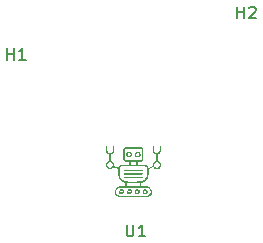
<source format=gbr>
%TF.GenerationSoftware,KiCad,Pcbnew,9.0.3*%
%TF.CreationDate,2025-07-17T16:21:41+10:00*%
%TF.ProjectId,motorMount,6d6f746f-724d-46f7-956e-742e6b696361,rev?*%
%TF.SameCoordinates,Original*%
%TF.FileFunction,Legend,Top*%
%TF.FilePolarity,Positive*%
%FSLAX46Y46*%
G04 Gerber Fmt 4.6, Leading zero omitted, Abs format (unit mm)*
G04 Created by KiCad (PCBNEW 9.0.3) date 2025-07-17 16:21:41*
%MOMM*%
%LPD*%
G01*
G04 APERTURE LIST*
%ADD10C,0.150000*%
%ADD11C,0.000000*%
G04 APERTURE END LIST*
D10*
X137738095Y-95004819D02*
X137738095Y-94004819D01*
X137738095Y-94481009D02*
X138309523Y-94481009D01*
X138309523Y-95004819D02*
X138309523Y-94004819D01*
X139309523Y-95004819D02*
X138738095Y-95004819D01*
X139023809Y-95004819D02*
X139023809Y-94004819D01*
X139023809Y-94004819D02*
X138928571Y-94147676D01*
X138928571Y-94147676D02*
X138833333Y-94242914D01*
X138833333Y-94242914D02*
X138738095Y-94290533D01*
X157238095Y-91504819D02*
X157238095Y-90504819D01*
X157238095Y-90981009D02*
X157809523Y-90981009D01*
X157809523Y-91504819D02*
X157809523Y-90504819D01*
X158238095Y-90600057D02*
X158285714Y-90552438D01*
X158285714Y-90552438D02*
X158380952Y-90504819D01*
X158380952Y-90504819D02*
X158619047Y-90504819D01*
X158619047Y-90504819D02*
X158714285Y-90552438D01*
X158714285Y-90552438D02*
X158761904Y-90600057D01*
X158761904Y-90600057D02*
X158809523Y-90695295D01*
X158809523Y-90695295D02*
X158809523Y-90790533D01*
X158809523Y-90790533D02*
X158761904Y-90933390D01*
X158761904Y-90933390D02*
X158190476Y-91504819D01*
X158190476Y-91504819D02*
X158809523Y-91504819D01*
X147863095Y-108954819D02*
X147863095Y-109764342D01*
X147863095Y-109764342D02*
X147910714Y-109859580D01*
X147910714Y-109859580D02*
X147958333Y-109907200D01*
X147958333Y-109907200D02*
X148053571Y-109954819D01*
X148053571Y-109954819D02*
X148244047Y-109954819D01*
X148244047Y-109954819D02*
X148339285Y-109907200D01*
X148339285Y-109907200D02*
X148386904Y-109859580D01*
X148386904Y-109859580D02*
X148434523Y-109764342D01*
X148434523Y-109764342D02*
X148434523Y-108954819D01*
X149434523Y-109954819D02*
X148863095Y-109954819D01*
X149148809Y-109954819D02*
X149148809Y-108954819D01*
X149148809Y-108954819D02*
X149053571Y-109097676D01*
X149053571Y-109097676D02*
X148958333Y-109192914D01*
X148958333Y-109192914D02*
X148863095Y-109240533D01*
D11*
%TO.C,G\u002A\u002A\u002A*%
G36*
X148541313Y-104616705D02*
G01*
X148647900Y-104616800D01*
X148743581Y-104616963D01*
X148828734Y-104617197D01*
X148903741Y-104617505D01*
X148968980Y-104617891D01*
X149024831Y-104618358D01*
X149071676Y-104618909D01*
X149109894Y-104619548D01*
X149139864Y-104620277D01*
X149161968Y-104621101D01*
X149176584Y-104622022D01*
X149184094Y-104623044D01*
X149184905Y-104623316D01*
X149199986Y-104635766D01*
X149210914Y-104655013D01*
X149215487Y-104676351D01*
X149214604Y-104686794D01*
X149207598Y-104701978D01*
X149195337Y-104716833D01*
X149193335Y-104718606D01*
X149175815Y-104733348D01*
X148431005Y-104732978D01*
X148338543Y-104732893D01*
X148249194Y-104732736D01*
X148163664Y-104732510D01*
X148082660Y-104732221D01*
X148006889Y-104731875D01*
X147937058Y-104731476D01*
X147873873Y-104731029D01*
X147818042Y-104730540D01*
X147770270Y-104730013D01*
X147731266Y-104729453D01*
X147701735Y-104728866D01*
X147682384Y-104728256D01*
X147673921Y-104727629D01*
X147673694Y-104727563D01*
X147655882Y-104714750D01*
X147645297Y-104695585D01*
X147642417Y-104673235D01*
X147647722Y-104650865D01*
X147659495Y-104633726D01*
X147676548Y-104616673D01*
X148423438Y-104616673D01*
X148541313Y-104616705D01*
G37*
G36*
X148722169Y-104908370D02*
G01*
X148799856Y-104908447D01*
X148868317Y-104908603D01*
X148928161Y-104908864D01*
X148979999Y-104909256D01*
X149024441Y-104909804D01*
X149062097Y-104910535D01*
X149093577Y-104911474D01*
X149119492Y-104912646D01*
X149140451Y-104914077D01*
X149157066Y-104915793D01*
X149169945Y-104917820D01*
X149179699Y-104920184D01*
X149186939Y-104922909D01*
X149192275Y-104926022D01*
X149196316Y-104929548D01*
X149199673Y-104933514D01*
X149202957Y-104937944D01*
X149205355Y-104941104D01*
X149214959Y-104961307D01*
X149213177Y-104982252D01*
X149200166Y-105002988D01*
X149194134Y-105008991D01*
X149176526Y-105025034D01*
X148431361Y-105024664D01*
X148338877Y-105024579D01*
X148249505Y-105024421D01*
X148163952Y-105024196D01*
X148082925Y-105023908D01*
X148007130Y-105023561D01*
X147937275Y-105023162D01*
X147874065Y-105022716D01*
X147818207Y-105022226D01*
X147770408Y-105021700D01*
X147731374Y-105021140D01*
X147701812Y-105020553D01*
X147682428Y-105019944D01*
X147673930Y-105019317D01*
X147673694Y-105019249D01*
X147656798Y-105006926D01*
X147646102Y-104988289D01*
X147642363Y-104966929D01*
X147646337Y-104946441D01*
X147655569Y-104933100D01*
X147671172Y-104921657D01*
X147685117Y-104914582D01*
X147692797Y-104913539D01*
X147710186Y-104912597D01*
X147737468Y-104911754D01*
X147774824Y-104911008D01*
X147822435Y-104910358D01*
X147880484Y-104909802D01*
X147949152Y-104909339D01*
X148028622Y-104908967D01*
X148119074Y-104908685D01*
X148220691Y-104908491D01*
X148333654Y-104908384D01*
X148427645Y-104908359D01*
X148536673Y-104908352D01*
X148634645Y-104908347D01*
X148722169Y-104908370D01*
G37*
G36*
X148541313Y-104325019D02*
G01*
X148647900Y-104325114D01*
X148743581Y-104325277D01*
X148828734Y-104325511D01*
X148903741Y-104325820D01*
X148968980Y-104326205D01*
X149024831Y-104326672D01*
X149071676Y-104327223D01*
X149109894Y-104327862D01*
X149139864Y-104328591D01*
X149161968Y-104329415D01*
X149176584Y-104330336D01*
X149184094Y-104331358D01*
X149184905Y-104331630D01*
X149197746Y-104342199D01*
X149209333Y-104359172D01*
X149216550Y-104377431D01*
X149217546Y-104385217D01*
X149212761Y-104398608D01*
X149200576Y-104413557D01*
X149184249Y-104426872D01*
X149167036Y-104435361D01*
X149166126Y-104435625D01*
X149156488Y-104436639D01*
X149135270Y-104437560D01*
X149102561Y-104438385D01*
X149058448Y-104439116D01*
X149003019Y-104439750D01*
X148936361Y-104440288D01*
X148858564Y-104440728D01*
X148769713Y-104441071D01*
X148669898Y-104441314D01*
X148559205Y-104441459D01*
X148437724Y-104441503D01*
X148424161Y-104441501D01*
X148317447Y-104441482D01*
X148221774Y-104441448D01*
X148136515Y-104441390D01*
X148061044Y-104441298D01*
X147994735Y-104441163D01*
X147936961Y-104440976D01*
X147887096Y-104440728D01*
X147844514Y-104440408D01*
X147808586Y-104440008D01*
X147778689Y-104439518D01*
X147754194Y-104438929D01*
X147734476Y-104438231D01*
X147718907Y-104437416D01*
X147706863Y-104436473D01*
X147697715Y-104435394D01*
X147690838Y-104434168D01*
X147685605Y-104432788D01*
X147681390Y-104431242D01*
X147679374Y-104430362D01*
X147656861Y-104415304D01*
X147644226Y-104396181D01*
X147641893Y-104374872D01*
X147650283Y-104353254D01*
X147659495Y-104342040D01*
X147676548Y-104324988D01*
X148423438Y-104324988D01*
X148541313Y-104325019D01*
G37*
G36*
X147451656Y-105961663D02*
G01*
X147471634Y-105963073D01*
X147487272Y-105966256D01*
X147502229Y-105971896D01*
X147516013Y-105978557D01*
X147549430Y-106000282D01*
X147580867Y-106029430D01*
X147607210Y-106062633D01*
X147625342Y-106096526D01*
X147625441Y-106096777D01*
X147636063Y-106137413D01*
X147639054Y-106182159D01*
X147634414Y-106226359D01*
X147625524Y-106257387D01*
X147605537Y-106294639D01*
X147576752Y-106329309D01*
X147542028Y-106358347D01*
X147517149Y-106372993D01*
X147474462Y-106388247D01*
X147428486Y-106394642D01*
X147382977Y-106391893D01*
X147356060Y-106385276D01*
X147309541Y-106363954D01*
X147269985Y-106333547D01*
X147238333Y-106294962D01*
X147216235Y-106251004D01*
X147209840Y-106231388D01*
X147206412Y-106212367D01*
X147205434Y-106189609D01*
X147206083Y-106165525D01*
X147206149Y-106164471D01*
X147322806Y-106164471D01*
X147323464Y-106196237D01*
X147329587Y-106216758D01*
X147346749Y-106243265D01*
X147371094Y-106262517D01*
X147400103Y-106273738D01*
X147431259Y-106276155D01*
X147462044Y-106268993D01*
X147476135Y-106261811D01*
X147498943Y-106241142D01*
X147513590Y-106213336D01*
X147519147Y-106180407D01*
X147518846Y-106169002D01*
X147511955Y-106135023D01*
X147496531Y-106108801D01*
X147472188Y-106089740D01*
X147465092Y-106086218D01*
X147432298Y-106076517D01*
X147400693Y-106078213D01*
X147373859Y-106088536D01*
X147348945Y-106107892D01*
X147331613Y-106134113D01*
X147322806Y-106164471D01*
X147206149Y-106164471D01*
X147207793Y-106138081D01*
X147210817Y-106117904D01*
X147216233Y-106100597D01*
X147225119Y-106081761D01*
X147227874Y-106076549D01*
X147256960Y-106034066D01*
X147294099Y-105999580D01*
X147332234Y-105976865D01*
X147349545Y-105969446D01*
X147365442Y-105964822D01*
X147383652Y-105962362D01*
X147407901Y-105961433D01*
X147423679Y-105961345D01*
X147451656Y-105961663D01*
G37*
G36*
X148122534Y-105961663D02*
G01*
X148142511Y-105963073D01*
X148158149Y-105966256D01*
X148173107Y-105971896D01*
X148186891Y-105978557D01*
X148220307Y-106000282D01*
X148251745Y-106029430D01*
X148278088Y-106062633D01*
X148296220Y-106096526D01*
X148296318Y-106096777D01*
X148306940Y-106137413D01*
X148309932Y-106182159D01*
X148305291Y-106226359D01*
X148296401Y-106257387D01*
X148276415Y-106294639D01*
X148247630Y-106329309D01*
X148212906Y-106358347D01*
X148188027Y-106372993D01*
X148145340Y-106388247D01*
X148099363Y-106394642D01*
X148053855Y-106391893D01*
X148026937Y-106385276D01*
X147980419Y-106363954D01*
X147940862Y-106333547D01*
X147909210Y-106294962D01*
X147887112Y-106251004D01*
X147880718Y-106231388D01*
X147877289Y-106212367D01*
X147876312Y-106189609D01*
X147876961Y-106165525D01*
X147877027Y-106164471D01*
X147993683Y-106164471D01*
X147994341Y-106196237D01*
X148000465Y-106216758D01*
X148017626Y-106243265D01*
X148041971Y-106262517D01*
X148070980Y-106273738D01*
X148102137Y-106276155D01*
X148132921Y-106268993D01*
X148147012Y-106261811D01*
X148169821Y-106241142D01*
X148184467Y-106213336D01*
X148190024Y-106180407D01*
X148189723Y-106169002D01*
X148182833Y-106135023D01*
X148167409Y-106108801D01*
X148143065Y-106089740D01*
X148135969Y-106086218D01*
X148103175Y-106076517D01*
X148071570Y-106078213D01*
X148044736Y-106088536D01*
X148019822Y-106107892D01*
X148002491Y-106134113D01*
X147993683Y-106164471D01*
X147877027Y-106164471D01*
X147878670Y-106138081D01*
X147881694Y-106117904D01*
X147887111Y-106100597D01*
X147895996Y-106081761D01*
X147898751Y-106076549D01*
X147927838Y-106034066D01*
X147964977Y-105999580D01*
X148003112Y-105976865D01*
X148020422Y-105969446D01*
X148036319Y-105964822D01*
X148054529Y-105962362D01*
X148078778Y-105961433D01*
X148094556Y-105961345D01*
X148122534Y-105961663D01*
G37*
G36*
X148793411Y-105961663D02*
G01*
X148813389Y-105963073D01*
X148829026Y-105966256D01*
X148843984Y-105971896D01*
X148857768Y-105978557D01*
X148891184Y-106000282D01*
X148922622Y-106029430D01*
X148948965Y-106062633D01*
X148967097Y-106096526D01*
X148967195Y-106096777D01*
X148977817Y-106137413D01*
X148980809Y-106182159D01*
X148976168Y-106226359D01*
X148967278Y-106257387D01*
X148947292Y-106294639D01*
X148918507Y-106329309D01*
X148883783Y-106358347D01*
X148858904Y-106372993D01*
X148816217Y-106388247D01*
X148770240Y-106394642D01*
X148724732Y-106391893D01*
X148697814Y-106385276D01*
X148651296Y-106363954D01*
X148611740Y-106333547D01*
X148580087Y-106294962D01*
X148557989Y-106251004D01*
X148551595Y-106231388D01*
X148548166Y-106212367D01*
X148547189Y-106189609D01*
X148547838Y-106165525D01*
X148547904Y-106164471D01*
X148664560Y-106164471D01*
X148665219Y-106196237D01*
X148671342Y-106216758D01*
X148688504Y-106243265D01*
X148712848Y-106262517D01*
X148741858Y-106273738D01*
X148773014Y-106276155D01*
X148803799Y-106268993D01*
X148817890Y-106261811D01*
X148840698Y-106241142D01*
X148855345Y-106213336D01*
X148860902Y-106180407D01*
X148860601Y-106169002D01*
X148853710Y-106135023D01*
X148838286Y-106108801D01*
X148813942Y-106089740D01*
X148806846Y-106086218D01*
X148774053Y-106076517D01*
X148742447Y-106078213D01*
X148715613Y-106088536D01*
X148690700Y-106107892D01*
X148673368Y-106134113D01*
X148664560Y-106164471D01*
X148547904Y-106164471D01*
X148549547Y-106138081D01*
X148552572Y-106117904D01*
X148557988Y-106100597D01*
X148566874Y-106081761D01*
X148569629Y-106076549D01*
X148598715Y-106034066D01*
X148635854Y-105999580D01*
X148673989Y-105976865D01*
X148691299Y-105969446D01*
X148707197Y-105964822D01*
X148725407Y-105962362D01*
X148749656Y-105961433D01*
X148765433Y-105961345D01*
X148793411Y-105961663D01*
G37*
G36*
X149464288Y-105961663D02*
G01*
X149484266Y-105963073D01*
X149499904Y-105966256D01*
X149514861Y-105971896D01*
X149528645Y-105978557D01*
X149562062Y-106000282D01*
X149593499Y-106029430D01*
X149619842Y-106062633D01*
X149637974Y-106096526D01*
X149638073Y-106096777D01*
X149648695Y-106137413D01*
X149651686Y-106182159D01*
X149647046Y-106226359D01*
X149638156Y-106257387D01*
X149618169Y-106294639D01*
X149589385Y-106329309D01*
X149554660Y-106358347D01*
X149529781Y-106372993D01*
X149487094Y-106388247D01*
X149441118Y-106394642D01*
X149395609Y-106391893D01*
X149368692Y-106385276D01*
X149322173Y-106363954D01*
X149282617Y-106333547D01*
X149250965Y-106294962D01*
X149228867Y-106251004D01*
X149222472Y-106231388D01*
X149219044Y-106212367D01*
X149218066Y-106189609D01*
X149218716Y-106165525D01*
X149218782Y-106164471D01*
X149335438Y-106164471D01*
X149336096Y-106196237D01*
X149342219Y-106216758D01*
X149359381Y-106243265D01*
X149383726Y-106262517D01*
X149412735Y-106273738D01*
X149443891Y-106276155D01*
X149474676Y-106268993D01*
X149488767Y-106261811D01*
X149511575Y-106241142D01*
X149526222Y-106213336D01*
X149531779Y-106180407D01*
X149531478Y-106169002D01*
X149524587Y-106135023D01*
X149509163Y-106108801D01*
X149484820Y-106089740D01*
X149477724Y-106086218D01*
X149444930Y-106076517D01*
X149413325Y-106078213D01*
X149386491Y-106088536D01*
X149361577Y-106107892D01*
X149344245Y-106134113D01*
X149335438Y-106164471D01*
X149218782Y-106164471D01*
X149220425Y-106138081D01*
X149223449Y-106117904D01*
X149228865Y-106100597D01*
X149237751Y-106081761D01*
X149240506Y-106076549D01*
X149269592Y-106034066D01*
X149306732Y-105999580D01*
X149344866Y-105976865D01*
X149362177Y-105969446D01*
X149378074Y-105964822D01*
X149396284Y-105962362D01*
X149420533Y-105961433D01*
X149436311Y-105961345D01*
X149464288Y-105961663D01*
G37*
G36*
X148831542Y-102781747D02*
G01*
X148878153Y-102794137D01*
X148921428Y-102815360D01*
X148960068Y-102844745D01*
X148992778Y-102881621D01*
X149018261Y-102925314D01*
X149035220Y-102975155D01*
X149037725Y-102987133D01*
X149040994Y-103035554D01*
X149033641Y-103084541D01*
X149016368Y-103131841D01*
X148989876Y-103175203D01*
X148972909Y-103195218D01*
X148932336Y-103230037D01*
X148886495Y-103255063D01*
X148836935Y-103269851D01*
X148785207Y-103273956D01*
X148732859Y-103266934D01*
X148727514Y-103265566D01*
X148679008Y-103246698D01*
X148635926Y-103217904D01*
X148599308Y-103180075D01*
X148570194Y-103134097D01*
X148567731Y-103129076D01*
X148559807Y-103111753D01*
X148554599Y-103097184D01*
X148551541Y-103082094D01*
X148550066Y-103063206D01*
X148549610Y-103037246D01*
X148549609Y-103036602D01*
X148664282Y-103036602D01*
X148671085Y-103069468D01*
X148685798Y-103098838D01*
X148707179Y-103123468D01*
X148733984Y-103142116D01*
X148764969Y-103153540D01*
X148798889Y-103156499D01*
X148834502Y-103149749D01*
X148855244Y-103140998D01*
X148885344Y-103120453D01*
X148905735Y-103094281D01*
X148916850Y-103061665D01*
X148919122Y-103021788D01*
X148919068Y-103020660D01*
X148917021Y-102995781D01*
X148913017Y-102977949D01*
X148905723Y-102962564D01*
X148899478Y-102952974D01*
X148874303Y-102925731D01*
X148844200Y-102907520D01*
X148811176Y-102898228D01*
X148777237Y-102897741D01*
X148744388Y-102905949D01*
X148714637Y-102922736D01*
X148689988Y-102947992D01*
X148679386Y-102965348D01*
X148666635Y-103001481D01*
X148664282Y-103036602D01*
X148549609Y-103036602D01*
X148549586Y-103024069D01*
X148549813Y-102994151D01*
X148550839Y-102972737D01*
X148553180Y-102956666D01*
X148557355Y-102942777D01*
X148563879Y-102927911D01*
X148566046Y-102923451D01*
X148594900Y-102877557D01*
X148632456Y-102838596D01*
X148677093Y-102808192D01*
X148684657Y-102804294D01*
X148733497Y-102786154D01*
X148782891Y-102778862D01*
X148831542Y-102781747D01*
G37*
G36*
X148102328Y-102781747D02*
G01*
X148148939Y-102794137D01*
X148192213Y-102815360D01*
X148230854Y-102844745D01*
X148263564Y-102881621D01*
X148289047Y-102925314D01*
X148306005Y-102975155D01*
X148308511Y-102987133D01*
X148311779Y-103035554D01*
X148304426Y-103084541D01*
X148287153Y-103131841D01*
X148260662Y-103175203D01*
X148243694Y-103195218D01*
X148203121Y-103230037D01*
X148157280Y-103255063D01*
X148107721Y-103269851D01*
X148055992Y-103273956D01*
X148003644Y-103266934D01*
X147998300Y-103265566D01*
X147949793Y-103246698D01*
X147906711Y-103217904D01*
X147870094Y-103180075D01*
X147840979Y-103134097D01*
X147838516Y-103129076D01*
X147830592Y-103111753D01*
X147825384Y-103097184D01*
X147822326Y-103082094D01*
X147820852Y-103063206D01*
X147820431Y-103039222D01*
X147934582Y-103039222D01*
X147943291Y-103074443D01*
X147962728Y-103106502D01*
X147980521Y-103124569D01*
X148013072Y-103145449D01*
X148048317Y-103155149D01*
X148085306Y-103153574D01*
X148123088Y-103140627D01*
X148125815Y-103139253D01*
X148144806Y-103126252D01*
X148163229Y-103108631D01*
X148169568Y-103100792D01*
X148178702Y-103087242D01*
X148184167Y-103075311D01*
X148186895Y-103061240D01*
X148187819Y-103041271D01*
X148187895Y-103026914D01*
X148187520Y-103002056D01*
X148185791Y-102985061D01*
X148181808Y-102972133D01*
X148174669Y-102959478D01*
X148170358Y-102953108D01*
X148145964Y-102927486D01*
X148120772Y-102911304D01*
X148100043Y-102901697D01*
X148082966Y-102897355D01*
X148063510Y-102897034D01*
X148054635Y-102897674D01*
X148015876Y-102905990D01*
X147983897Y-102923776D01*
X147958814Y-102950955D01*
X147950429Y-102965030D01*
X147936871Y-103002273D01*
X147934582Y-103039222D01*
X147820431Y-103039222D01*
X147820396Y-103037246D01*
X147820371Y-103024069D01*
X147820598Y-102994151D01*
X147821624Y-102972737D01*
X147823966Y-102956666D01*
X147828140Y-102942777D01*
X147834664Y-102927911D01*
X147836831Y-102923451D01*
X147865686Y-102877557D01*
X147903241Y-102838596D01*
X147947879Y-102808192D01*
X147955442Y-102804294D01*
X148004283Y-102786154D01*
X148053677Y-102778862D01*
X148102328Y-102781747D01*
G37*
G36*
X150729316Y-102318426D02*
G01*
X150747547Y-102333694D01*
X150754892Y-102345604D01*
X150757598Y-102352571D01*
X150759701Y-102361612D01*
X150761251Y-102374064D01*
X150762298Y-102391260D01*
X150762891Y-102414536D01*
X150763082Y-102445225D01*
X150762919Y-102484662D01*
X150762452Y-102534181D01*
X150762336Y-102544601D01*
X150761745Y-102595017D01*
X150761159Y-102635299D01*
X150760454Y-102666980D01*
X150759505Y-102691593D01*
X150758187Y-102710670D01*
X150756375Y-102725746D01*
X150753946Y-102738352D01*
X150750775Y-102750021D01*
X150746737Y-102762287D01*
X150744019Y-102770080D01*
X150718343Y-102827260D01*
X150683966Y-102878787D01*
X150642162Y-102923458D01*
X150594204Y-102960071D01*
X150541363Y-102987423D01*
X150499505Y-103001084D01*
X150471795Y-103007953D01*
X150471795Y-103289683D01*
X150471795Y-103571413D01*
X150495657Y-103575444D01*
X150535495Y-103587070D01*
X150577160Y-103607851D01*
X150618439Y-103635999D01*
X150657115Y-103669725D01*
X150690975Y-103707240D01*
X150717802Y-103746755D01*
X150725156Y-103760799D01*
X150747591Y-103819572D01*
X150759141Y-103878361D01*
X150760522Y-103936251D01*
X150752452Y-103992325D01*
X150735647Y-104045666D01*
X150710825Y-104095357D01*
X150678701Y-104140483D01*
X150639994Y-104180125D01*
X150595420Y-104213368D01*
X150545696Y-104239294D01*
X150491540Y-104256988D01*
X150433667Y-104265532D01*
X150372796Y-104264010D01*
X150336191Y-104258110D01*
X150292665Y-104244686D01*
X150247782Y-104223462D01*
X150204617Y-104196421D01*
X150166242Y-104165544D01*
X150135729Y-104132816D01*
X150130070Y-104125125D01*
X150118855Y-104109024D01*
X149917592Y-104201444D01*
X149716329Y-104293864D01*
X149713105Y-104529649D01*
X149712242Y-104589547D01*
X149711395Y-104639140D01*
X149710489Y-104679791D01*
X149709451Y-104712860D01*
X149708206Y-104739710D01*
X149706679Y-104761703D01*
X149704797Y-104780202D01*
X149702484Y-104796567D01*
X149699667Y-104812162D01*
X149696971Y-104825134D01*
X149671353Y-104917264D01*
X149635826Y-105003880D01*
X149590955Y-105084382D01*
X149537303Y-105158168D01*
X149475435Y-105224636D01*
X149405918Y-105283185D01*
X149329314Y-105333214D01*
X149246188Y-105374121D01*
X149157107Y-105405305D01*
X149150459Y-105407164D01*
X149103789Y-105420000D01*
X149103789Y-105571082D01*
X149103789Y-105722163D01*
X149372140Y-105725270D01*
X149435199Y-105726017D01*
X149487741Y-105726706D01*
X149530917Y-105727401D01*
X149565877Y-105728163D01*
X149593771Y-105729055D01*
X149615750Y-105730138D01*
X149632963Y-105731475D01*
X149646562Y-105733128D01*
X149657695Y-105735160D01*
X149667515Y-105737631D01*
X149677170Y-105740606D01*
X149681327Y-105741977D01*
X149751689Y-105771108D01*
X149814449Y-105808919D01*
X149869218Y-105855009D01*
X149915609Y-105908976D01*
X149953236Y-105970418D01*
X149981711Y-106038932D01*
X149988469Y-106061013D01*
X149997295Y-106105113D01*
X150001483Y-106155535D01*
X150001027Y-106207890D01*
X149995920Y-106257790D01*
X149988823Y-106291741D01*
X149964489Y-106359990D01*
X149930511Y-106422361D01*
X149887744Y-106478061D01*
X149837045Y-106526299D01*
X149779269Y-106566284D01*
X149715273Y-106597225D01*
X149645911Y-106618330D01*
X149632685Y-106621069D01*
X149621152Y-106622154D01*
X149598671Y-106623167D01*
X149565929Y-106624107D01*
X149523614Y-106624975D01*
X149472413Y-106625771D01*
X149413014Y-106626496D01*
X149346105Y-106627151D01*
X149272373Y-106627735D01*
X149192506Y-106628249D01*
X149107192Y-106628694D01*
X149017117Y-106629069D01*
X148922970Y-106629376D01*
X148825439Y-106629614D01*
X148725210Y-106629785D01*
X148622972Y-106629888D01*
X148519412Y-106629923D01*
X148415218Y-106629892D01*
X148311076Y-106629795D01*
X148207676Y-106629631D01*
X148105705Y-106629402D01*
X148005849Y-106629108D01*
X147908797Y-106628749D01*
X147815237Y-106628326D01*
X147725855Y-106627839D01*
X147641340Y-106627288D01*
X147562380Y-106626674D01*
X147489661Y-106625998D01*
X147423871Y-106625258D01*
X147365698Y-106624457D01*
X147315830Y-106623595D01*
X147274954Y-106622671D01*
X147243757Y-106621687D01*
X147222928Y-106620642D01*
X147213665Y-106619661D01*
X147150558Y-106601808D01*
X147093183Y-106575843D01*
X147039249Y-106540536D01*
X146993580Y-106501488D01*
X146944733Y-106447782D01*
X146906005Y-106388480D01*
X146876889Y-106322802D01*
X146876342Y-106321250D01*
X146868578Y-106297683D01*
X146863247Y-106276947D01*
X146859778Y-106255457D01*
X146857599Y-106229627D01*
X146856139Y-106195872D01*
X146856083Y-106194159D01*
X146855325Y-106159951D01*
X146971976Y-106159951D01*
X146974641Y-106220030D01*
X146987852Y-106278498D01*
X147011140Y-106333693D01*
X147044037Y-106383950D01*
X147068004Y-106410855D01*
X147115008Y-106450684D01*
X147166695Y-106480226D01*
X147224302Y-106500114D01*
X147254938Y-106506505D01*
X147263573Y-106506986D01*
X147283305Y-106507445D01*
X147313561Y-106507881D01*
X147353770Y-106508293D01*
X147403362Y-106508677D01*
X147461765Y-106509032D01*
X147528407Y-106509357D01*
X147602717Y-106509649D01*
X147684125Y-106509906D01*
X147772058Y-106510126D01*
X147865946Y-106510308D01*
X147965217Y-106510449D01*
X148069299Y-106510548D01*
X148177622Y-106510602D01*
X148289614Y-106510610D01*
X148404704Y-106510570D01*
X148447496Y-106510543D01*
X148584691Y-106510442D01*
X148710709Y-106510340D01*
X148826039Y-106510231D01*
X148931169Y-106510112D01*
X149026590Y-106509977D01*
X149112791Y-106509821D01*
X149190261Y-106509641D01*
X149259490Y-106509430D01*
X149320967Y-106509185D01*
X149375183Y-106508901D01*
X149422625Y-106508572D01*
X149463785Y-106508194D01*
X149499151Y-106507763D01*
X149529212Y-106507274D01*
X149554459Y-106506721D01*
X149575381Y-106506101D01*
X149592467Y-106505408D01*
X149606206Y-106504637D01*
X149617089Y-106503785D01*
X149625604Y-106502846D01*
X149632242Y-106501815D01*
X149637491Y-106500687D01*
X149641841Y-106499459D01*
X149643408Y-106498949D01*
X149700443Y-106474776D01*
X149750810Y-106442219D01*
X149786798Y-106410389D01*
X149826362Y-106364298D01*
X149855068Y-106315007D01*
X149873394Y-106261356D01*
X149881817Y-106202185D01*
X149882521Y-106178035D01*
X149878487Y-106118488D01*
X149865689Y-106065238D01*
X149843336Y-106016384D01*
X149810636Y-105970025D01*
X149783613Y-105940486D01*
X149743287Y-105904551D01*
X149702379Y-105878195D01*
X149657704Y-105859627D01*
X149624204Y-105850678D01*
X149618407Y-105849583D01*
X149611056Y-105848580D01*
X149601667Y-105847665D01*
X149589757Y-105846837D01*
X149574839Y-105846091D01*
X149556430Y-105845425D01*
X149534046Y-105844836D01*
X149507201Y-105844320D01*
X149475412Y-105843875D01*
X149438195Y-105843498D01*
X149395063Y-105843186D01*
X149345534Y-105842935D01*
X149289122Y-105842743D01*
X149225344Y-105842606D01*
X149153715Y-105842522D01*
X149073750Y-105842488D01*
X148984964Y-105842500D01*
X148886875Y-105842556D01*
X148778996Y-105842653D01*
X148660844Y-105842787D01*
X148531934Y-105842956D01*
X148409577Y-105843130D01*
X148271476Y-105843337D01*
X148144560Y-105843541D01*
X148028345Y-105843745D01*
X147922350Y-105843954D01*
X147826090Y-105844174D01*
X147739084Y-105844408D01*
X147660849Y-105844662D01*
X147590901Y-105844940D01*
X147528757Y-105845247D01*
X147473936Y-105845587D01*
X147425954Y-105845966D01*
X147384329Y-105846388D01*
X147348577Y-105846857D01*
X147318215Y-105847378D01*
X147292762Y-105847957D01*
X147271733Y-105848597D01*
X147254647Y-105849303D01*
X147241020Y-105850080D01*
X147230369Y-105850933D01*
X147222212Y-105851867D01*
X147216067Y-105852885D01*
X147211449Y-105853993D01*
X147209018Y-105854771D01*
X147149692Y-105881407D01*
X147097490Y-105916329D01*
X147053213Y-105958676D01*
X147017664Y-106007587D01*
X146991647Y-106062202D01*
X146980327Y-106099927D01*
X146971976Y-106159951D01*
X146855325Y-106159951D01*
X146855302Y-106158905D01*
X146855785Y-106131661D01*
X146857813Y-106108811D01*
X146861671Y-106086739D01*
X146865881Y-106068734D01*
X146888658Y-106000916D01*
X146921227Y-105938353D01*
X146962639Y-105881987D01*
X147011949Y-105832760D01*
X147068210Y-105791614D01*
X147130476Y-105759492D01*
X147197799Y-105737336D01*
X147199080Y-105737027D01*
X147211858Y-105734135D01*
X147224587Y-105731753D01*
X147238513Y-105729830D01*
X147254878Y-105728318D01*
X147274928Y-105727168D01*
X147299906Y-105726331D01*
X147331057Y-105725758D01*
X147369625Y-105725399D01*
X147416854Y-105725206D01*
X147467222Y-105725139D01*
X147875792Y-105725139D01*
X148428536Y-105723651D01*
X148981281Y-105722163D01*
X148982841Y-105577778D01*
X148984401Y-105433394D01*
X148430096Y-105433394D01*
X147875792Y-105433394D01*
X147875792Y-105579266D01*
X147875792Y-105725139D01*
X147467222Y-105725139D01*
X147473988Y-105725130D01*
X147500975Y-105725120D01*
X147753284Y-105725080D01*
X147753284Y-105579266D01*
X147753284Y-105570486D01*
X147753251Y-105524053D01*
X147753092Y-105487981D01*
X147752708Y-105460966D01*
X147752005Y-105441700D01*
X147750887Y-105428878D01*
X147749258Y-105421194D01*
X147747023Y-105417343D01*
X147744085Y-105416018D01*
X147741951Y-105415893D01*
X147727663Y-105413647D01*
X147705219Y-105407508D01*
X147677103Y-105398373D01*
X147645797Y-105387140D01*
X147613784Y-105374705D01*
X147583547Y-105361966D01*
X147557570Y-105349820D01*
X147553810Y-105347907D01*
X147473279Y-105299918D01*
X147400372Y-105243248D01*
X147335434Y-105178331D01*
X147278810Y-105105605D01*
X147230843Y-105025505D01*
X147191879Y-104938467D01*
X147165277Y-104856352D01*
X147161620Y-104842596D01*
X147158589Y-104829987D01*
X147156107Y-104817269D01*
X147154100Y-104803186D01*
X147152493Y-104786479D01*
X147151212Y-104765893D01*
X147150181Y-104740171D01*
X147149325Y-104708055D01*
X147148570Y-104668290D01*
X147147841Y-104619619D01*
X147147063Y-104560784D01*
X147146898Y-104547936D01*
X147145301Y-104423382D01*
X147262410Y-104423382D01*
X147262542Y-104476078D01*
X147263042Y-104528042D01*
X147263911Y-104577726D01*
X147265147Y-104623581D01*
X147266749Y-104664058D01*
X147268717Y-104697607D01*
X147271048Y-104722680D01*
X147272275Y-104731125D01*
X147293200Y-104820266D01*
X147323939Y-104903203D01*
X147364704Y-104980365D01*
X147415709Y-105052183D01*
X147454025Y-105095749D01*
X147520757Y-105157668D01*
X147593702Y-105209811D01*
X147672315Y-105251916D01*
X147756052Y-105283717D01*
X147844368Y-105304952D01*
X147902043Y-105312779D01*
X147911223Y-105313100D01*
X147931203Y-105313387D01*
X147961116Y-105313636D01*
X148000094Y-105313846D01*
X148047269Y-105314014D01*
X148101775Y-105314140D01*
X148162744Y-105314221D01*
X148229309Y-105314254D01*
X148300601Y-105314239D01*
X148375755Y-105314173D01*
X148453902Y-105314053D01*
X148456246Y-105314049D01*
X148548131Y-105313860D01*
X148629101Y-105313650D01*
X148699909Y-105313405D01*
X148761308Y-105313109D01*
X148814052Y-105312750D01*
X148858893Y-105312311D01*
X148896584Y-105311781D01*
X148927878Y-105311144D01*
X148953527Y-105310386D01*
X148974286Y-105309493D01*
X148990905Y-105308451D01*
X149004140Y-105307245D01*
X149014742Y-105305862D01*
X149023464Y-105304287D01*
X149027950Y-105303282D01*
X149114675Y-105278569D01*
X149192526Y-105247771D01*
X149263047Y-105210068D01*
X149327778Y-105164637D01*
X149387193Y-105111715D01*
X149444700Y-105046719D01*
X149494047Y-104974258D01*
X149534418Y-104895936D01*
X149564995Y-104813355D01*
X149584961Y-104728120D01*
X149586006Y-104721680D01*
X149588073Y-104702483D01*
X149589846Y-104674098D01*
X149591323Y-104638062D01*
X149592503Y-104595908D01*
X149593384Y-104549172D01*
X149593965Y-104499389D01*
X149594246Y-104448093D01*
X149594224Y-104396821D01*
X149593899Y-104347106D01*
X149593269Y-104300485D01*
X149592333Y-104258491D01*
X149591090Y-104222660D01*
X149589539Y-104194527D01*
X149587678Y-104175627D01*
X149586450Y-104169476D01*
X149572383Y-104137370D01*
X149550942Y-104105219D01*
X149525425Y-104077690D01*
X149516137Y-104070007D01*
X149510376Y-104065444D01*
X149505306Y-104061271D01*
X149500408Y-104057472D01*
X149495162Y-104054030D01*
X149489047Y-104050929D01*
X149481544Y-104048151D01*
X149472133Y-104045681D01*
X149460294Y-104043502D01*
X149445507Y-104041596D01*
X149427252Y-104039947D01*
X149405010Y-104038538D01*
X149378260Y-104037354D01*
X149346482Y-104036376D01*
X149309157Y-104035589D01*
X149265765Y-104034976D01*
X149215785Y-104034520D01*
X149158699Y-104034204D01*
X149093985Y-104034011D01*
X149021124Y-104033926D01*
X148939597Y-104033931D01*
X148848883Y-104034009D01*
X148748462Y-104034145D01*
X148637815Y-104034321D01*
X148516421Y-104034520D01*
X148415098Y-104034679D01*
X147400344Y-104036219D01*
X147362425Y-104057096D01*
X147325002Y-104083491D01*
X147295431Y-104116475D01*
X147275298Y-104154169D01*
X147271910Y-104164161D01*
X147269430Y-104178601D01*
X147267325Y-104203153D01*
X147265596Y-104236269D01*
X147264241Y-104276399D01*
X147263259Y-104321993D01*
X147262649Y-104371504D01*
X147262410Y-104423382D01*
X147145301Y-104423382D01*
X147143660Y-104295437D01*
X146939842Y-104202056D01*
X146887673Y-104178205D01*
X146845086Y-104158887D01*
X146811087Y-104143709D01*
X146784682Y-104132277D01*
X146764878Y-104124195D01*
X146750680Y-104119072D01*
X146741094Y-104116512D01*
X146735127Y-104116122D01*
X146731785Y-104117508D01*
X146730579Y-104119116D01*
X146718899Y-104135374D01*
X146699818Y-104155398D01*
X146675947Y-104176960D01*
X146649899Y-104197837D01*
X146624284Y-104215803D01*
X146602531Y-104228243D01*
X146541326Y-104252284D01*
X146481220Y-104264791D01*
X146421552Y-104265764D01*
X146361663Y-104255205D01*
X146300892Y-104233112D01*
X146290857Y-104228418D01*
X146236202Y-104195781D01*
X146189153Y-104154474D01*
X146150282Y-104105135D01*
X146120162Y-104048401D01*
X146112902Y-104029989D01*
X146104406Y-103997623D01*
X146099042Y-103958068D01*
X146097895Y-103934488D01*
X146214515Y-103934488D01*
X146222680Y-103980050D01*
X146239516Y-104023160D01*
X146264717Y-104062227D01*
X146297978Y-104095664D01*
X146338994Y-104121881D01*
X146344769Y-104124625D01*
X146390131Y-104141386D01*
X146432905Y-104148294D01*
X146476090Y-104145742D01*
X146488538Y-104143412D01*
X146536832Y-104127400D01*
X146580716Y-104101523D01*
X146618350Y-104067237D01*
X146647893Y-104025999D01*
X146655494Y-104011239D01*
X146662576Y-103994930D01*
X146667142Y-103980118D01*
X146669728Y-103963454D01*
X146670871Y-103941589D01*
X146671109Y-103913711D01*
X146670867Y-103884639D01*
X146669787Y-103864013D01*
X146667306Y-103848611D01*
X146662859Y-103835214D01*
X146655880Y-103820603D01*
X146654238Y-103817454D01*
X146635989Y-103785554D01*
X146618115Y-103761438D01*
X146597742Y-103741683D01*
X146578421Y-103727207D01*
X146532310Y-103702015D01*
X146484096Y-103687753D01*
X146435198Y-103684272D01*
X146387034Y-103691421D01*
X146341022Y-103709049D01*
X146298580Y-103737006D01*
X146274656Y-103759486D01*
X146245090Y-103798971D01*
X146225414Y-103842359D01*
X146215324Y-103888061D01*
X146214515Y-103934488D01*
X146097895Y-103934488D01*
X146096968Y-103915418D01*
X146098339Y-103873765D01*
X146103314Y-103837202D01*
X146105194Y-103829122D01*
X146126322Y-103770538D01*
X146158096Y-103716279D01*
X146198507Y-103668695D01*
X146236214Y-103635038D01*
X146274838Y-103609510D01*
X146318617Y-103589553D01*
X146344137Y-103580745D01*
X146385277Y-103567701D01*
X146385277Y-103289075D01*
X146385277Y-103010450D01*
X146347358Y-102997931D01*
X146285010Y-102971869D01*
X146230647Y-102937658D01*
X146184665Y-102895688D01*
X146147463Y-102846346D01*
X146119439Y-102790024D01*
X146111281Y-102766877D01*
X146107196Y-102753648D01*
X146103944Y-102741652D01*
X146101429Y-102729393D01*
X146099556Y-102715373D01*
X146098231Y-102698096D01*
X146097359Y-102676063D01*
X146096845Y-102647778D01*
X146096596Y-102611743D01*
X146096515Y-102566461D01*
X146096508Y-102533287D01*
X146096508Y-102346460D01*
X146113561Y-102329408D01*
X146134243Y-102315888D01*
X146157000Y-102312339D01*
X146178903Y-102318268D01*
X146197026Y-102333182D01*
X146204151Y-102344673D01*
X146206878Y-102352171D01*
X146209016Y-102362737D01*
X146210630Y-102377717D01*
X146211787Y-102398456D01*
X146212552Y-102426301D01*
X146212990Y-102462599D01*
X146213169Y-102508694D01*
X146213182Y-102529484D01*
X146213331Y-102584221D01*
X146213918Y-102628813D01*
X146215156Y-102664780D01*
X146217258Y-102693641D01*
X146220437Y-102716917D01*
X146224907Y-102736128D01*
X146230879Y-102752795D01*
X146238567Y-102768436D01*
X146248183Y-102784572D01*
X146249110Y-102786037D01*
X146279660Y-102824052D01*
X146317406Y-102854699D01*
X146360346Y-102877089D01*
X146406478Y-102890333D01*
X146453800Y-102893540D01*
X146483123Y-102890046D01*
X146533563Y-102874541D01*
X146577998Y-102849635D01*
X146615417Y-102816400D01*
X146644814Y-102775907D01*
X146665178Y-102729230D01*
X146674472Y-102686759D01*
X146675871Y-102670063D01*
X146677135Y-102643813D01*
X146678208Y-102610124D01*
X146679029Y-102571109D01*
X146679543Y-102528882D01*
X146679689Y-102497127D01*
X146679880Y-102346460D01*
X146696932Y-102329408D01*
X146717721Y-102315780D01*
X146740481Y-102312287D01*
X146762389Y-102318426D01*
X146780620Y-102333694D01*
X146787965Y-102345604D01*
X146790671Y-102352571D01*
X146792774Y-102361612D01*
X146794324Y-102374064D01*
X146795371Y-102391260D01*
X146795964Y-102414536D01*
X146796155Y-102445225D01*
X146795992Y-102484662D01*
X146795525Y-102534181D01*
X146795409Y-102544601D01*
X146794818Y-102595017D01*
X146794233Y-102635299D01*
X146793527Y-102666980D01*
X146792578Y-102691593D01*
X146791260Y-102710670D01*
X146789448Y-102725746D01*
X146787019Y-102738352D01*
X146783848Y-102750021D01*
X146779810Y-102762287D01*
X146777092Y-102770080D01*
X146751416Y-102827260D01*
X146717039Y-102878787D01*
X146675235Y-102923458D01*
X146627277Y-102960071D01*
X146574436Y-102987423D01*
X146532578Y-103001084D01*
X146504868Y-103007953D01*
X146504868Y-103289683D01*
X146504868Y-103571413D01*
X146528730Y-103575444D01*
X146545003Y-103579941D01*
X146567502Y-103588394D01*
X146592177Y-103599235D01*
X146600193Y-103603113D01*
X146647112Y-103631872D01*
X146690585Y-103668948D01*
X146727952Y-103711681D01*
X146756550Y-103757407D01*
X146758589Y-103761549D01*
X146781407Y-103821357D01*
X146793167Y-103882357D01*
X146793661Y-103943282D01*
X146791571Y-103961427D01*
X146788510Y-103984037D01*
X146786516Y-104001686D01*
X146785879Y-104011645D01*
X146786076Y-104012870D01*
X146792212Y-104016064D01*
X146807415Y-104023290D01*
X146830157Y-104033858D01*
X146858912Y-104047078D01*
X146892152Y-104062260D01*
X146928349Y-104078713D01*
X146965977Y-104095747D01*
X147003507Y-104112672D01*
X147039413Y-104128798D01*
X147072168Y-104143434D01*
X147100243Y-104155890D01*
X147122112Y-104165476D01*
X147136248Y-104171502D01*
X147141078Y-104173311D01*
X147144538Y-104168139D01*
X147146446Y-104155235D01*
X147146577Y-104150242D01*
X147150020Y-104124150D01*
X147159340Y-104092972D01*
X147173026Y-104060653D01*
X147189567Y-104031136D01*
X147195545Y-104022478D01*
X147221264Y-103992214D01*
X147250903Y-103967427D01*
X147287781Y-103945498D01*
X147302062Y-103938463D01*
X147342007Y-103919544D01*
X147692768Y-103916761D01*
X148196646Y-103916761D01*
X148428536Y-103915236D01*
X148660426Y-103913711D01*
X148661987Y-103769326D01*
X148663547Y-103624942D01*
X148430096Y-103624942D01*
X148196646Y-103624942D01*
X148196646Y-103770852D01*
X148196646Y-103916761D01*
X147692768Y-103916761D01*
X147709531Y-103916628D01*
X148077055Y-103913711D01*
X148078599Y-103770852D01*
X148078615Y-103769326D01*
X148080175Y-103624942D01*
X147926539Y-103624942D01*
X147876696Y-103624805D01*
X147836999Y-103624344D01*
X147805926Y-103623484D01*
X147781959Y-103622147D01*
X147763577Y-103620259D01*
X147749260Y-103617742D01*
X147741216Y-103615676D01*
X147695210Y-103596381D01*
X147655132Y-103567747D01*
X147622434Y-103531116D01*
X147598565Y-103487827D01*
X147596053Y-103481425D01*
X147593753Y-103475067D01*
X147591764Y-103468594D01*
X147590068Y-103461163D01*
X147588645Y-103451933D01*
X147587476Y-103440061D01*
X147586542Y-103424703D01*
X147585823Y-103405019D01*
X147585300Y-103380164D01*
X147584954Y-103349298D01*
X147584766Y-103311577D01*
X147584716Y-103266158D01*
X147584785Y-103212200D01*
X147584954Y-103148860D01*
X147585204Y-103075295D01*
X147585387Y-103025174D01*
X147700780Y-103025174D01*
X147700781Y-103105644D01*
X147700823Y-103175287D01*
X147700963Y-103234943D01*
X147701257Y-103285452D01*
X147701763Y-103327655D01*
X147702538Y-103362391D01*
X147703640Y-103390501D01*
X147705124Y-103412824D01*
X147707049Y-103430202D01*
X147709471Y-103443474D01*
X147712447Y-103453481D01*
X147716035Y-103461063D01*
X147720292Y-103467059D01*
X147725274Y-103472311D01*
X147731039Y-103477658D01*
X147731561Y-103478138D01*
X147736413Y-103482679D01*
X147741001Y-103486733D01*
X147745981Y-103490327D01*
X147752004Y-103493487D01*
X147759726Y-103496238D01*
X147769800Y-103498608D01*
X147782879Y-103500622D01*
X147799619Y-103502307D01*
X147820672Y-103503690D01*
X147846693Y-103504796D01*
X147878335Y-103505652D01*
X147916253Y-103506285D01*
X147961099Y-103506719D01*
X148013529Y-103506983D01*
X148074196Y-103507102D01*
X148143753Y-103507103D01*
X148222855Y-103507011D01*
X148312155Y-103506854D01*
X148412308Y-103506656D01*
X148438745Y-103506605D01*
X149086288Y-103505351D01*
X149106928Y-103492513D01*
X149122723Y-103479234D01*
X149137697Y-103461252D01*
X149141930Y-103454594D01*
X149156292Y-103429512D01*
X149157989Y-103048554D01*
X149158266Y-102964462D01*
X149158313Y-102888814D01*
X149158134Y-102822056D01*
X149157736Y-102764636D01*
X149157121Y-102717000D01*
X149156295Y-102679596D01*
X149155262Y-102652869D01*
X149154028Y-102637268D01*
X149153742Y-102635441D01*
X149143386Y-102601201D01*
X149126225Y-102575832D01*
X149101469Y-102558206D01*
X149098532Y-102556820D01*
X149094417Y-102555128D01*
X149089503Y-102553621D01*
X149083128Y-102552288D01*
X149074631Y-102551118D01*
X149063349Y-102550101D01*
X149048619Y-102549225D01*
X149029781Y-102548480D01*
X149006171Y-102547855D01*
X148977127Y-102547339D01*
X148941987Y-102546922D01*
X148900089Y-102546592D01*
X148850771Y-102546338D01*
X148793371Y-102546151D01*
X148727226Y-102546018D01*
X148651674Y-102545930D01*
X148566053Y-102545875D01*
X148469700Y-102545842D01*
X148426537Y-102545832D01*
X147778453Y-102545704D01*
X147753050Y-102559138D01*
X147727876Y-102578303D01*
X147714214Y-102597975D01*
X147700780Y-102623378D01*
X147700780Y-103025174D01*
X147585387Y-103025174D01*
X147585420Y-103016174D01*
X147586876Y-102623378D01*
X147587023Y-102583623D01*
X147606801Y-102547150D01*
X147636257Y-102504494D01*
X147673583Y-102469973D01*
X147711426Y-102447467D01*
X147744533Y-102431947D01*
X148429995Y-102431947D01*
X149115456Y-102431947D01*
X149149454Y-102449158D01*
X149182783Y-102470878D01*
X149214377Y-102500191D01*
X149241021Y-102533639D01*
X149259346Y-102567379D01*
X149272967Y-102601125D01*
X149272967Y-103026986D01*
X149272967Y-103452847D01*
X149259429Y-103486372D01*
X149238223Y-103524931D01*
X149208059Y-103560334D01*
X149171642Y-103589731D01*
X149148689Y-103602925D01*
X149109914Y-103622025D01*
X148944966Y-103623889D01*
X148780018Y-103625754D01*
X148780018Y-103771191D01*
X148780018Y-103916628D01*
X149135354Y-103916628D01*
X149209023Y-103916646D01*
X149271976Y-103916718D01*
X149325167Y-103916871D01*
X149369548Y-103917132D01*
X149406072Y-103917528D01*
X149435690Y-103918086D01*
X149459356Y-103918832D01*
X149478021Y-103919795D01*
X149492639Y-103921000D01*
X149504161Y-103922474D01*
X149513540Y-103924245D01*
X149521729Y-103926339D01*
X149526203Y-103927680D01*
X149575910Y-103949051D01*
X149619573Y-103979737D01*
X149656109Y-104018493D01*
X149684440Y-104064075D01*
X149703485Y-104115241D01*
X149708337Y-104137423D01*
X149712167Y-104156032D01*
X149715882Y-104168959D01*
X149718411Y-104173190D01*
X149724422Y-104170804D01*
X149739752Y-104164088D01*
X149763133Y-104153615D01*
X149793298Y-104139959D01*
X149828977Y-104123693D01*
X149868903Y-104105390D01*
X149897174Y-104092376D01*
X149949909Y-104067858D01*
X149992388Y-104047647D01*
X150025094Y-104031491D01*
X150048513Y-104019142D01*
X150063131Y-104010350D01*
X150069430Y-104004865D01*
X150069727Y-104003533D01*
X150068510Y-103994624D01*
X150067121Y-103976822D01*
X150065749Y-103952895D01*
X150064936Y-103934488D01*
X150181442Y-103934488D01*
X150189607Y-103980050D01*
X150206443Y-104023160D01*
X150231644Y-104062227D01*
X150264905Y-104095664D01*
X150305921Y-104121881D01*
X150311696Y-104124625D01*
X150357058Y-104141386D01*
X150399832Y-104148294D01*
X150443017Y-104145742D01*
X150455465Y-104143412D01*
X150503759Y-104127400D01*
X150547643Y-104101523D01*
X150585277Y-104067237D01*
X150614820Y-104025999D01*
X150622421Y-104011239D01*
X150629503Y-103994930D01*
X150634069Y-103980118D01*
X150636655Y-103963454D01*
X150637798Y-103941589D01*
X150638035Y-103913711D01*
X150637794Y-103884639D01*
X150636714Y-103864013D01*
X150634233Y-103848611D01*
X150629785Y-103835214D01*
X150622807Y-103820603D01*
X150621165Y-103817454D01*
X150602916Y-103785554D01*
X150585042Y-103761438D01*
X150564669Y-103741683D01*
X150545348Y-103727207D01*
X150499237Y-103702015D01*
X150451023Y-103687753D01*
X150402125Y-103684272D01*
X150353961Y-103691421D01*
X150307949Y-103709049D01*
X150265507Y-103737006D01*
X150241583Y-103759486D01*
X150212017Y-103798971D01*
X150192341Y-103842359D01*
X150182251Y-103888061D01*
X150181442Y-103934488D01*
X150064936Y-103934488D01*
X150064791Y-103931212D01*
X150066641Y-103867449D01*
X150077749Y-103810055D01*
X150098638Y-103757661D01*
X150129834Y-103708898D01*
X150165434Y-103668695D01*
X150203141Y-103635038D01*
X150241765Y-103609510D01*
X150285544Y-103589553D01*
X150311064Y-103580745D01*
X150352204Y-103567701D01*
X150352204Y-103289075D01*
X150352204Y-103010450D01*
X150314285Y-102997931D01*
X150251937Y-102971869D01*
X150197574Y-102937658D01*
X150151592Y-102895688D01*
X150114390Y-102846346D01*
X150086366Y-102790024D01*
X150078208Y-102766877D01*
X150074123Y-102753648D01*
X150070871Y-102741652D01*
X150068356Y-102729393D01*
X150066483Y-102715373D01*
X150065158Y-102698096D01*
X150064286Y-102676063D01*
X150063772Y-102647778D01*
X150063523Y-102611743D01*
X150063442Y-102566461D01*
X150063435Y-102533287D01*
X150063435Y-102346460D01*
X150080487Y-102329408D01*
X150101170Y-102315888D01*
X150123926Y-102312339D01*
X150145830Y-102318268D01*
X150163953Y-102333182D01*
X150171078Y-102344673D01*
X150173805Y-102352171D01*
X150175942Y-102362737D01*
X150177557Y-102377717D01*
X150178714Y-102398456D01*
X150179479Y-102426301D01*
X150179917Y-102462599D01*
X150180096Y-102508694D01*
X150180109Y-102529484D01*
X150180258Y-102584221D01*
X150180844Y-102628813D01*
X150182083Y-102664780D01*
X150184185Y-102693641D01*
X150187364Y-102716917D01*
X150191834Y-102736128D01*
X150197806Y-102752795D01*
X150205494Y-102768436D01*
X150215110Y-102784572D01*
X150216037Y-102786037D01*
X150246587Y-102824052D01*
X150284333Y-102854699D01*
X150327273Y-102877089D01*
X150373405Y-102890333D01*
X150420727Y-102893540D01*
X150450050Y-102890046D01*
X150500490Y-102874541D01*
X150544925Y-102849635D01*
X150582344Y-102816400D01*
X150611741Y-102775907D01*
X150632105Y-102729230D01*
X150641399Y-102686759D01*
X150642798Y-102670063D01*
X150644062Y-102643813D01*
X150645135Y-102610124D01*
X150645956Y-102571109D01*
X150646470Y-102528882D01*
X150646616Y-102497127D01*
X150646807Y-102346460D01*
X150663859Y-102329408D01*
X150684648Y-102315780D01*
X150707408Y-102312287D01*
X150729316Y-102318426D01*
G37*
%TD*%
M02*

</source>
